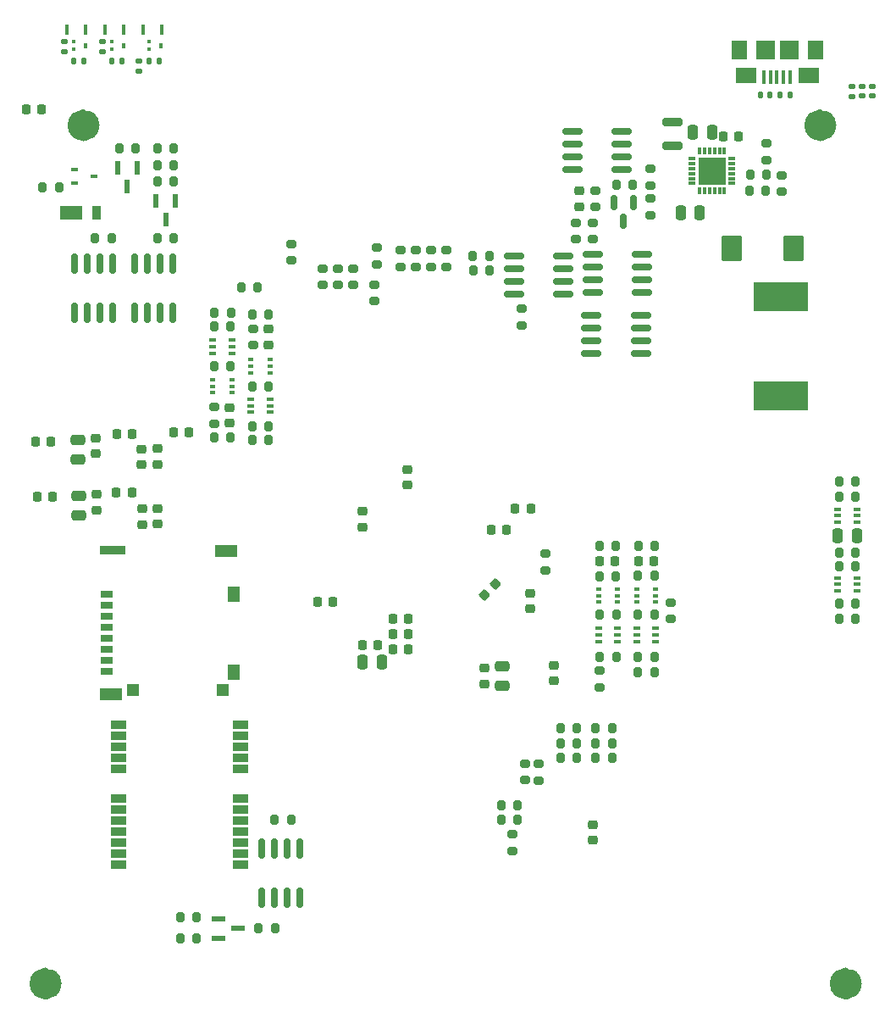
<source format=gbp>
G04 #@! TF.GenerationSoftware,KiCad,Pcbnew,(6.0.5)*
G04 #@! TF.CreationDate,2022-06-17T13:33:30-04:00*
G04 #@! TF.ProjectId,mainboard,6d61696e-626f-4617-9264-2e6b69636164,rev?*
G04 #@! TF.SameCoordinates,Original*
G04 #@! TF.FileFunction,Paste,Bot*
G04 #@! TF.FilePolarity,Positive*
%FSLAX46Y46*%
G04 Gerber Fmt 4.6, Leading zero omitted, Abs format (unit mm)*
G04 Created by KiCad (PCBNEW (6.0.5)) date 2022-06-17 13:33:30*
%MOMM*%
%LPD*%
G01*
G04 APERTURE LIST*
G04 Aperture macros list*
%AMRoundRect*
0 Rectangle with rounded corners*
0 $1 Rounding radius*
0 $2 $3 $4 $5 $6 $7 $8 $9 X,Y pos of 4 corners*
0 Add a 4 corners polygon primitive as box body*
4,1,4,$2,$3,$4,$5,$6,$7,$8,$9,$2,$3,0*
0 Add four circle primitives for the rounded corners*
1,1,$1+$1,$2,$3*
1,1,$1+$1,$4,$5*
1,1,$1+$1,$6,$7*
1,1,$1+$1,$8,$9*
0 Add four rect primitives between the rounded corners*
20,1,$1+$1,$2,$3,$4,$5,0*
20,1,$1+$1,$4,$5,$6,$7,0*
20,1,$1+$1,$6,$7,$8,$9,0*
20,1,$1+$1,$8,$9,$2,$3,0*%
G04 Aperture macros list end*
%ADD10C,1.600200*%
%ADD11RoundRect,0.101500X0.101500X0.571500X-0.101500X0.571500X-0.101500X-0.571500X0.101500X-0.571500X0*%
%ADD12R,0.406000X1.346000*%
%ADD13R,1.500000X1.905000*%
%ADD14R,1.905000X1.905000*%
%ADD15R,2.108000X1.600000*%
%ADD16R,1.625600X0.812800*%
%ADD17RoundRect,0.200000X0.200000X0.275000X-0.200000X0.275000X-0.200000X-0.275000X0.200000X-0.275000X0*%
%ADD18R,0.558800X1.320800*%
%ADD19RoundRect,0.225000X0.250000X-0.225000X0.250000X0.225000X-0.250000X0.225000X-0.250000X-0.225000X0*%
%ADD20RoundRect,0.250000X-0.475000X0.250000X-0.475000X-0.250000X0.475000X-0.250000X0.475000X0.250000X0*%
%ADD21RoundRect,0.150000X-0.150000X0.825000X-0.150000X-0.825000X0.150000X-0.825000X0.150000X0.825000X0*%
%ADD22RoundRect,0.200000X-0.200000X-0.275000X0.200000X-0.275000X0.200000X0.275000X-0.200000X0.275000X0*%
%ADD23RoundRect,0.150000X0.150000X-0.825000X0.150000X0.825000X-0.150000X0.825000X-0.150000X-0.825000X0*%
%ADD24R,1.320800X0.558800*%
%ADD25RoundRect,0.225000X-0.225000X-0.250000X0.225000X-0.250000X0.225000X0.250000X-0.225000X0.250000X0*%
%ADD26R,1.240000X0.800000*%
%ADD27R,1.200000X1.160000*%
%ADD28R,2.500000X0.950000*%
%ADD29R,2.200000X1.150000*%
%ADD30R,1.150000X1.500000*%
%ADD31R,1.250000X1.160000*%
%ADD32RoundRect,0.225000X-0.250000X0.225000X-0.250000X-0.225000X0.250000X-0.225000X0.250000X0.225000X0*%
%ADD33RoundRect,0.225000X0.225000X0.250000X-0.225000X0.250000X-0.225000X-0.250000X0.225000X-0.250000X0*%
%ADD34R,0.800000X0.300000*%
%ADD35R,0.300000X0.800000*%
%ADD36R,2.800000X2.800000*%
%ADD37RoundRect,0.250000X-0.250000X-0.475000X0.250000X-0.475000X0.250000X0.475000X-0.250000X0.475000X0*%
%ADD38RoundRect,0.200000X0.275000X-0.200000X0.275000X0.200000X-0.275000X0.200000X-0.275000X-0.200000X0*%
%ADD39RoundRect,0.250000X0.250000X0.475000X-0.250000X0.475000X-0.250000X-0.475000X0.250000X-0.475000X0*%
%ADD40RoundRect,0.200000X-0.275000X0.200000X-0.275000X-0.200000X0.275000X-0.200000X0.275000X0.200000X0*%
%ADD41RoundRect,0.177600X-0.822400X0.222400X-0.822400X-0.222400X0.822400X-0.222400X0.822400X0.222400X0*%
%ADD42R,0.650000X0.400000*%
%ADD43R,0.600000X0.400000*%
%ADD44R,0.900000X1.400000*%
%ADD45R,2.200000X1.400000*%
%ADD46R,0.700000X0.450000*%
%ADD47RoundRect,0.140000X-0.170000X0.140000X-0.170000X-0.140000X0.170000X-0.140000X0.170000X0.140000X0*%
%ADD48R,0.370000X1.000000*%
%ADD49R,0.450000X0.400000*%
%ADD50R,0.450000X0.500000*%
%ADD51RoundRect,0.135000X-0.185000X0.135000X-0.185000X-0.135000X0.185000X-0.135000X0.185000X0.135000X0*%
%ADD52RoundRect,0.135000X0.185000X-0.135000X0.185000X0.135000X-0.185000X0.135000X-0.185000X-0.135000X0*%
%ADD53RoundRect,0.135000X-0.135000X-0.185000X0.135000X-0.185000X0.135000X0.185000X-0.135000X0.185000X0*%
%ADD54RoundRect,0.140000X-0.140000X-0.170000X0.140000X-0.170000X0.140000X0.170000X-0.140000X0.170000X0*%
%ADD55RoundRect,0.140000X0.140000X0.170000X-0.140000X0.170000X-0.140000X-0.170000X0.140000X-0.170000X0*%
%ADD56RoundRect,0.150000X0.825000X0.150000X-0.825000X0.150000X-0.825000X-0.150000X0.825000X-0.150000X0*%
%ADD57RoundRect,0.150000X-0.825000X-0.150000X0.825000X-0.150000X0.825000X0.150000X-0.825000X0.150000X0*%
%ADD58RoundRect,0.250000X0.475000X-0.250000X0.475000X0.250000X-0.475000X0.250000X-0.475000X-0.250000X0*%
%ADD59R,5.400000X2.900000*%
%ADD60RoundRect,0.225000X-0.017678X0.335876X-0.335876X0.017678X0.017678X-0.335876X0.335876X-0.017678X0*%
%ADD61RoundRect,0.250000X-0.787500X-1.025000X0.787500X-1.025000X0.787500X1.025000X-0.787500X1.025000X0*%
%ADD62RoundRect,0.150000X-0.150000X0.587500X-0.150000X-0.587500X0.150000X-0.587500X0.150000X0.587500X0*%
G04 APERTURE END LIST*
D10*
X53568600Y-57360900D02*
G75*
G03*
X53568600Y-57360900I-800100J0D01*
G01*
X127228600Y-57360900D02*
G75*
G03*
X127228600Y-57360900I-800100J0D01*
G01*
X129768600Y-143090900D02*
G75*
G03*
X129768600Y-143090900I-800100J0D01*
G01*
X49768608Y-143090900D02*
G75*
G03*
X49768608Y-143090900I-800100J0D01*
G01*
D11*
X120797286Y-52512066D03*
D12*
X121447286Y-52512066D03*
X122097286Y-52512066D03*
X122747286Y-52512066D03*
X123397286Y-52512066D03*
D13*
X118296287Y-49845066D03*
D14*
X120922286Y-49845066D03*
D15*
X118998287Y-52345067D03*
D13*
X125948285Y-49845066D03*
D15*
X125246285Y-52345067D03*
D14*
X123322286Y-49845066D03*
D16*
X56278400Y-131241800D03*
X56278400Y-130141800D03*
X56278400Y-129041800D03*
X56278400Y-127941800D03*
X56278400Y-126841800D03*
X56278400Y-125741800D03*
X56278400Y-124641800D03*
X56278400Y-121641800D03*
X56278400Y-120541800D03*
X56278400Y-119441800D03*
X56278400Y-118341800D03*
X56278400Y-117241800D03*
X68478400Y-117241800D03*
X68478400Y-118341800D03*
X68478400Y-119441800D03*
X68478400Y-120541800D03*
X68478400Y-121641800D03*
X68478400Y-124641800D03*
X68478400Y-125741800D03*
X68478400Y-126841800D03*
X68478400Y-127941800D03*
X68478400Y-129041800D03*
X68478400Y-130141800D03*
X68478400Y-131241800D03*
D17*
X61796400Y-68664400D03*
X60146400Y-68664400D03*
D18*
X60031100Y-64917900D03*
X61936100Y-64917900D03*
X60983600Y-66797500D03*
D17*
X50327800Y-63533600D03*
X48677800Y-63533600D03*
D19*
X97388400Y-105663800D03*
X97388400Y-104113800D03*
D20*
X94657900Y-111431800D03*
X94657900Y-113331800D03*
D21*
X51890400Y-71167800D03*
X53160400Y-71167800D03*
X54430400Y-71167800D03*
X55700400Y-71167800D03*
X55700400Y-76117800D03*
X54430400Y-76117800D03*
X53160400Y-76117800D03*
X51890400Y-76117800D03*
D22*
X60133200Y-59698200D03*
X61783200Y-59698200D03*
D18*
X56195700Y-61615900D03*
X58100700Y-61615900D03*
X57148200Y-63495500D03*
D17*
X55560200Y-68613600D03*
X53910200Y-68613600D03*
D21*
X57859400Y-71167800D03*
X59129400Y-71167800D03*
X60399400Y-71167800D03*
X61669400Y-71167800D03*
X61669400Y-76117800D03*
X60399400Y-76117800D03*
X59129400Y-76117800D03*
X57859400Y-76117800D03*
D23*
X74416838Y-134524257D03*
X73146838Y-134524257D03*
X71876838Y-134524257D03*
X70606838Y-134524257D03*
X70606838Y-129574257D03*
X71876838Y-129574257D03*
X73146838Y-129574257D03*
X74416838Y-129574257D03*
D22*
X62412338Y-138599753D03*
X64062338Y-138599753D03*
X62412338Y-136440753D03*
X64062338Y-136440753D03*
D17*
X71899543Y-137561238D03*
X70249543Y-137561238D03*
D24*
X66298038Y-138536253D03*
X66298038Y-136631253D03*
X68177638Y-137583753D03*
D25*
X83679500Y-106624400D03*
X85229500Y-106624400D03*
D26*
X55050400Y-104169800D03*
X55050400Y-105269800D03*
X55050400Y-106369800D03*
X55050400Y-107469800D03*
X55050400Y-108569800D03*
X55050400Y-109669800D03*
X55050400Y-110769800D03*
X55050400Y-111869800D03*
D27*
X66680400Y-113809800D03*
D28*
X55680400Y-99824800D03*
D29*
X55530400Y-114214800D03*
X67010400Y-99924800D03*
D30*
X67805400Y-104229800D03*
X67805400Y-112009800D03*
D31*
X57680400Y-113809800D03*
D32*
X92816400Y-111606800D03*
X92816400Y-113156800D03*
D33*
X82174400Y-109270300D03*
X80624400Y-109270300D03*
D34*
X117597400Y-60675300D03*
X117597400Y-61175300D03*
X117597400Y-61675300D03*
X117597400Y-62175300D03*
X117597400Y-62675300D03*
X117597400Y-63175300D03*
D35*
X116847400Y-63925300D03*
X116347400Y-63925300D03*
X115847400Y-63925300D03*
X115347400Y-63925300D03*
X114847400Y-63925300D03*
X114347400Y-63925300D03*
D34*
X113597400Y-63175300D03*
X113597400Y-62675300D03*
X113597400Y-62175300D03*
X113597400Y-61675300D03*
X113597400Y-61175300D03*
X113597400Y-60675300D03*
D35*
X114347400Y-59925300D03*
X114847400Y-59925300D03*
X115347400Y-59925300D03*
X115847400Y-59925300D03*
X116347400Y-59925300D03*
X116847400Y-59925300D03*
D36*
X115597400Y-61925300D03*
D37*
X113694900Y-58089800D03*
X115594900Y-58089800D03*
D38*
X122580400Y-64007800D03*
X122580400Y-62357800D03*
D33*
X118277400Y-58483300D03*
X116727400Y-58483300D03*
D22*
X119408400Y-62293800D03*
X121058400Y-62293800D03*
D39*
X114388400Y-66090800D03*
X112488400Y-66090800D03*
D40*
X98983240Y-100149422D03*
X98983240Y-101799422D03*
D25*
X95920728Y-95688611D03*
X97470728Y-95688611D03*
D33*
X48552400Y-55803800D03*
X47002400Y-55803800D03*
D25*
X83679500Y-108148400D03*
X85229500Y-108148400D03*
D17*
X120994400Y-63931800D03*
X119344400Y-63931800D03*
D41*
X111660400Y-57016800D03*
X111660400Y-59416800D03*
D39*
X130091300Y-98390600D03*
X128191300Y-98390600D03*
D32*
X67399400Y-85572800D03*
X67399400Y-87122800D03*
D25*
X108271400Y-100908600D03*
X109821400Y-100908600D03*
X104371400Y-100908600D03*
X105921400Y-100908600D03*
D42*
X106153400Y-107624600D03*
X106153400Y-108274600D03*
X106153400Y-108924600D03*
X104253400Y-108924600D03*
X104253400Y-108274600D03*
X104253400Y-107624600D03*
D43*
X106153400Y-103687600D03*
X106153400Y-104337600D03*
X106153400Y-104987600D03*
X104253400Y-104987600D03*
X104253400Y-104337600D03*
X104253400Y-103687600D03*
D17*
X129966300Y-92929600D03*
X128316300Y-92929600D03*
D22*
X128316300Y-100041600D03*
X129966300Y-100041600D03*
X128316300Y-106645600D03*
X129966300Y-106645600D03*
D17*
X129966300Y-105121600D03*
X128316300Y-105121600D03*
X67488400Y-88566800D03*
X65838400Y-88566800D03*
X71268000Y-76232400D03*
X69618000Y-76232400D03*
X71295000Y-87395400D03*
X69645000Y-87395400D03*
D38*
X65875400Y-87172800D03*
X65875400Y-85522800D03*
D17*
X109838400Y-111957600D03*
X108188400Y-111957600D03*
D38*
X104380200Y-113490200D03*
X104380200Y-111840200D03*
D17*
X109871400Y-99408600D03*
X108221400Y-99408600D03*
D22*
X104321400Y-99408600D03*
X105971400Y-99408600D03*
D17*
X109838400Y-110433600D03*
X108188400Y-110433600D03*
X106028400Y-110433600D03*
X104378400Y-110433600D03*
D38*
X111461400Y-106664600D03*
X111461400Y-105014600D03*
D17*
X105971400Y-102408600D03*
X104321400Y-102408600D03*
X67462400Y-81394800D03*
X65812400Y-81394800D03*
D22*
X108188400Y-106242600D03*
X109838400Y-106242600D03*
X104378400Y-106268000D03*
X106028400Y-106268000D03*
D42*
X109963400Y-107624600D03*
X109963400Y-108274600D03*
X109963400Y-108924600D03*
X108063400Y-108924600D03*
X108063400Y-108274600D03*
X108063400Y-107624600D03*
D43*
X109963400Y-103687600D03*
X109963400Y-104337600D03*
X109963400Y-104987600D03*
X108063400Y-104987600D03*
X108063400Y-104337600D03*
X108063400Y-103687600D03*
D17*
X71268000Y-88788400D03*
X69618000Y-88788400D03*
D40*
X69708000Y-77680400D03*
X69708000Y-79330400D03*
D19*
X71232000Y-79280400D03*
X71232000Y-77730400D03*
D22*
X65812400Y-77457800D03*
X67462400Y-77457800D03*
D17*
X109863400Y-102364600D03*
X108213400Y-102364600D03*
D44*
X54051600Y-66124400D03*
D45*
X51501600Y-66124400D03*
D42*
X130091300Y-102566600D03*
X130091300Y-103216600D03*
X130091300Y-103866600D03*
X128191300Y-103866600D03*
X128191300Y-103216600D03*
X128191300Y-102566600D03*
X130091300Y-95708600D03*
X130091300Y-96358600D03*
X130091300Y-97008600D03*
X128191300Y-97008600D03*
X128191300Y-96358600D03*
X128191300Y-95708600D03*
D22*
X128316300Y-101438600D03*
X129966300Y-101438600D03*
D17*
X129966300Y-94453600D03*
X128316300Y-94453600D03*
D46*
X51857400Y-63108600D03*
X51857400Y-61808600D03*
X53857400Y-62458600D03*
D17*
X61783200Y-61349200D03*
X60133200Y-61349200D03*
D22*
X60158600Y-62974800D03*
X61808600Y-62974800D03*
X65839400Y-76064800D03*
X67489400Y-76064800D03*
D40*
X96604400Y-75679800D03*
X96604400Y-77329800D03*
D22*
X69645000Y-83458400D03*
X71295000Y-83458400D03*
D37*
X80690400Y-110984800D03*
X82590400Y-110984800D03*
D17*
X73527338Y-126715257D03*
X71877338Y-126715257D03*
D22*
X56323200Y-59698200D03*
X57973200Y-59698200D03*
D47*
X130616800Y-53456900D03*
X130616800Y-54416900D03*
X131607400Y-53456900D03*
X131607400Y-54416900D03*
D48*
X52972281Y-47795180D03*
X51112281Y-47795180D03*
X56772273Y-47795180D03*
X54912273Y-47795180D03*
X60572291Y-47795180D03*
X58712291Y-47795180D03*
D49*
X51822500Y-49790300D03*
X51822500Y-48990300D03*
D50*
X52972500Y-49390300D03*
D49*
X55607100Y-49790300D03*
X55607100Y-48990300D03*
D50*
X56757100Y-49390300D03*
D49*
X59315500Y-49790300D03*
X59315500Y-48990300D03*
D50*
X60465500Y-49390300D03*
D51*
X129626200Y-53452300D03*
X129626200Y-54472300D03*
D52*
X50848100Y-50001900D03*
X50848100Y-48981900D03*
X54683500Y-50001900D03*
X54683500Y-48981900D03*
X58264900Y-51957700D03*
X58264900Y-50937700D03*
D53*
X51811300Y-50939700D03*
X52831300Y-50939700D03*
X55621300Y-50939700D03*
X56641300Y-50939700D03*
X59304300Y-50939700D03*
X60324300Y-50939700D03*
D54*
X122427900Y-54317900D03*
X123387900Y-54317900D03*
D55*
X121406700Y-54317900D03*
X120446700Y-54317900D03*
D56*
X106572400Y-57962800D03*
X106572400Y-59232800D03*
X106572400Y-60502800D03*
X106572400Y-61772800D03*
X101622400Y-61772800D03*
X101622400Y-60502800D03*
X101622400Y-59232800D03*
X101622400Y-57962800D03*
D57*
X95780400Y-74218800D03*
X95780400Y-72948800D03*
X95780400Y-71678800D03*
X95780400Y-70408800D03*
X100730400Y-70408800D03*
X100730400Y-71678800D03*
X100730400Y-72948800D03*
X100730400Y-74218800D03*
X103654400Y-74091800D03*
X103654400Y-72821800D03*
X103654400Y-71551800D03*
X103654400Y-70281800D03*
X108604400Y-70281800D03*
X108604400Y-71551800D03*
X108604400Y-72821800D03*
X108604400Y-74091800D03*
D40*
X109442400Y-61722800D03*
X109442400Y-63372800D03*
D38*
X101989200Y-68744600D03*
X101989200Y-67094600D03*
D25*
X61745400Y-88044800D03*
X63295400Y-88044800D03*
D33*
X57588300Y-94036700D03*
X56038300Y-94036700D03*
X49668858Y-94485800D03*
X48118858Y-94485800D03*
D32*
X60178000Y-95663400D03*
X60178000Y-97213400D03*
X58649600Y-95669400D03*
X58649600Y-97219400D03*
D58*
X52281800Y-96316800D03*
X52281800Y-94416800D03*
D33*
X57615134Y-88201049D03*
X56065134Y-88201049D03*
D19*
X53944600Y-90175200D03*
X53944600Y-88625200D03*
D33*
X49503000Y-88990400D03*
X47953000Y-88990400D03*
D32*
X60158924Y-89672600D03*
X60158924Y-91222600D03*
X58598648Y-89698400D03*
X58598648Y-91248400D03*
D58*
X52232600Y-90715800D03*
X52232600Y-88815800D03*
D19*
X54093800Y-95780000D03*
X54093800Y-94230000D03*
D56*
X108477400Y-76377800D03*
X108477400Y-77647800D03*
X108477400Y-78917800D03*
X108477400Y-80187800D03*
X103527400Y-80187800D03*
X103527400Y-78917800D03*
X103527400Y-77647800D03*
X103527400Y-76377800D03*
D42*
X65687400Y-80139800D03*
X65687400Y-79489800D03*
X65687400Y-78839800D03*
X67587400Y-78839800D03*
X67587400Y-79489800D03*
X67587400Y-80139800D03*
X71420000Y-84713400D03*
X71420000Y-85363400D03*
X71420000Y-86013400D03*
X69520000Y-86013400D03*
X69520000Y-85363400D03*
X69520000Y-84713400D03*
D43*
X65687400Y-84076800D03*
X65687400Y-83426800D03*
X65687400Y-82776800D03*
X67587400Y-82776800D03*
X67587400Y-83426800D03*
X67587400Y-84076800D03*
X71420000Y-80776400D03*
X71420000Y-81426400D03*
X71420000Y-82076400D03*
X69520000Y-82076400D03*
X69520000Y-81426400D03*
X69520000Y-80776400D03*
D59*
X122453400Y-74475800D03*
X122453400Y-84375800D03*
D60*
X93910509Y-103223184D03*
X92814493Y-104319200D03*
D25*
X93514600Y-97726000D03*
X95064600Y-97726000D03*
D19*
X85140300Y-93277000D03*
X85140300Y-91727000D03*
X80616400Y-97473800D03*
X80616400Y-95923800D03*
D33*
X77686200Y-105003600D03*
X76136200Y-105003600D03*
D25*
X83679500Y-109672400D03*
X85229500Y-109672400D03*
D40*
X96948400Y-121118800D03*
X96948400Y-122768800D03*
D61*
X117562900Y-69646800D03*
X123787900Y-69646800D03*
D22*
X68542400Y-73583800D03*
X70192400Y-73583800D03*
D38*
X76647400Y-73324300D03*
X76647400Y-71674300D03*
D17*
X102117400Y-120546800D03*
X100467400Y-120546800D03*
D38*
X89052400Y-71487800D03*
X89052400Y-69837800D03*
D40*
X98296400Y-121138800D03*
X98296400Y-122788800D03*
D38*
X103979400Y-65518800D03*
X103979400Y-63868800D03*
X78171400Y-73324300D03*
X78171400Y-71674300D03*
D17*
X93365400Y-71831200D03*
X91715400Y-71831200D03*
D38*
X79695400Y-73324300D03*
X79695400Y-71674300D03*
D22*
X94536400Y-125307800D03*
X96186400Y-125307800D03*
D19*
X102332400Y-65468800D03*
X102332400Y-63918800D03*
D40*
X103665600Y-67094600D03*
X103665600Y-68744600D03*
D38*
X87528400Y-71487800D03*
X87528400Y-69837800D03*
X81807000Y-74914865D03*
X81807000Y-73264865D03*
X86004400Y-71487800D03*
X86004400Y-69837800D03*
D22*
X94536400Y-126731800D03*
X96186400Y-126731800D03*
D19*
X103711962Y-128766756D03*
X103711962Y-127216756D03*
D40*
X95642400Y-128171800D03*
X95642400Y-129821800D03*
D17*
X105617400Y-119071800D03*
X103967400Y-119071800D03*
X105617400Y-117571800D03*
X103967400Y-117571800D03*
D38*
X82067400Y-71233800D03*
X82067400Y-69583800D03*
D22*
X91676800Y-70408800D03*
X93326800Y-70408800D03*
D17*
X107680282Y-63315140D03*
X106030282Y-63315140D03*
D38*
X73558400Y-70852800D03*
X73558400Y-69202800D03*
X121056400Y-60819800D03*
X121056400Y-59169800D03*
D32*
X99818400Y-111314800D03*
X99818400Y-112864800D03*
D17*
X102117400Y-117571800D03*
X100467400Y-117571800D03*
X102117400Y-119071800D03*
X100467400Y-119071800D03*
D38*
X84480400Y-71487800D03*
X84480400Y-69837800D03*
D40*
X109431400Y-64693800D03*
X109431400Y-66343800D03*
D17*
X105617400Y-120546800D03*
X103967400Y-120546800D03*
D62*
X105824400Y-65073300D03*
X107724400Y-65073300D03*
X106774400Y-66948300D03*
M02*

</source>
